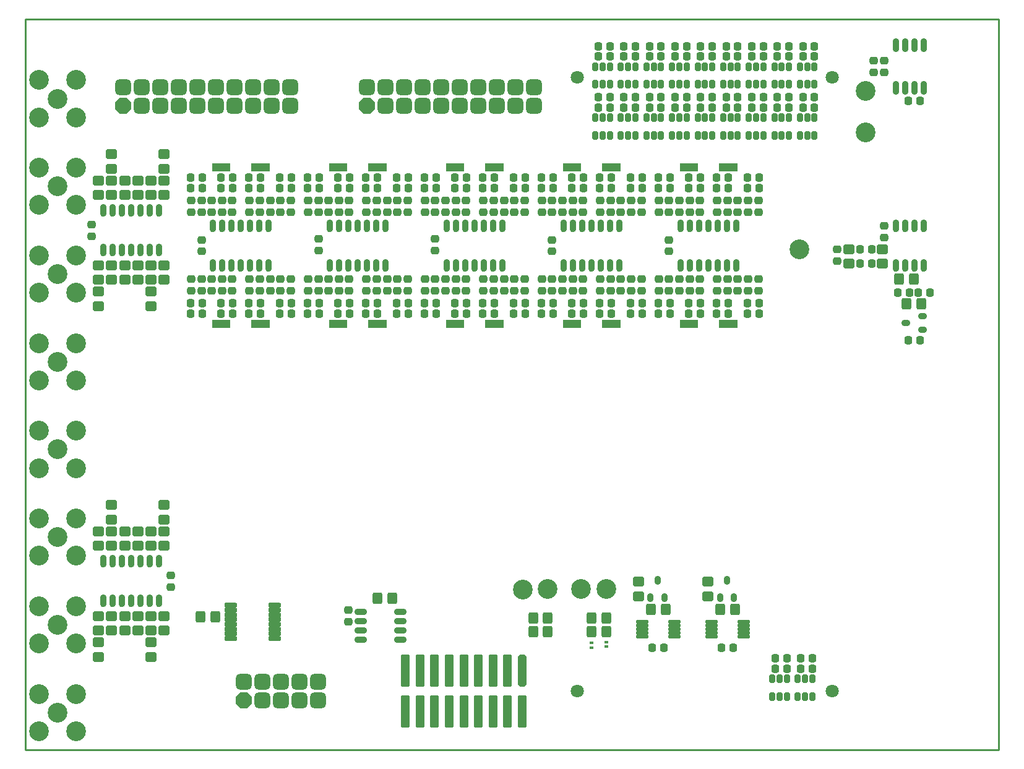
<source format=gts>
G04*
G04 #@! TF.GenerationSoftware,Altium Limited,Altium Designer,19.0.10 (269)*
G04*
G04 Layer_Color=8388736*
%FSLAX44Y44*%
%MOMM*%
G71*
G01*
G75*
%ADD11C,0.2500*%
G04:AMPARAMS|DCode=14|XSize=1.2032mm|YSize=4.4032mm|CornerRadius=0.2266mm|HoleSize=0mm|Usage=FLASHONLY|Rotation=0.000|XOffset=0mm|YOffset=0mm|HoleType=Round|Shape=RoundedRectangle|*
%AMROUNDEDRECTD14*
21,1,1.2032,3.9500,0,0,0.0*
21,1,0.7500,4.4032,0,0,0.0*
1,1,0.4532,0.3750,-1.9750*
1,1,0.4532,-0.3750,-1.9750*
1,1,0.4532,-0.3750,1.9750*
1,1,0.4532,0.3750,1.9750*
%
%ADD14ROUNDEDRECTD14*%
G04:AMPARAMS|DCode=15|XSize=1.2032mm|YSize=4.4032mm|CornerRadius=0mm|HoleSize=0mm|Usage=FLASHONLY|Rotation=0.000|XOffset=0mm|YOffset=0mm|HoleType=Round|Shape=Octagon|*
%AMOCTAGOND15*
4,1,8,-0.3008,2.2016,0.3008,2.2016,0.6016,1.9008,0.6016,-1.9008,0.3008,-2.2016,-0.3008,-2.2016,-0.6016,-1.9008,-0.6016,1.9008,-0.3008,2.2016,0.0*
%
%ADD15OCTAGOND15*%

G04:AMPARAMS|DCode=16|XSize=0.8032mm|YSize=1.2032mm|CornerRadius=0.2516mm|HoleSize=0mm|Usage=FLASHONLY|Rotation=0.000|XOffset=0mm|YOffset=0mm|HoleType=Round|Shape=RoundedRectangle|*
%AMROUNDEDRECTD16*
21,1,0.8032,0.7000,0,0,0.0*
21,1,0.3000,1.2032,0,0,0.0*
1,1,0.5032,0.1500,-0.3500*
1,1,0.5032,-0.1500,-0.3500*
1,1,0.5032,-0.1500,0.3500*
1,1,0.5032,0.1500,0.3500*
%
%ADD16ROUNDEDRECTD16*%
G04:AMPARAMS|DCode=17|XSize=0.9532mm|YSize=1.1032mm|CornerRadius=0.1954mm|HoleSize=0mm|Usage=FLASHONLY|Rotation=0.000|XOffset=0mm|YOffset=0mm|HoleType=Round|Shape=RoundedRectangle|*
%AMROUNDEDRECTD17*
21,1,0.9532,0.7125,0,0,0.0*
21,1,0.5625,1.1032,0,0,0.0*
1,1,0.3907,0.2813,-0.3563*
1,1,0.3907,-0.2813,-0.3563*
1,1,0.3907,-0.2813,0.3563*
1,1,0.3907,0.2813,0.3563*
%
%ADD17ROUNDEDRECTD17*%
G04:AMPARAMS|DCode=18|XSize=0.8032mm|YSize=1.8032mm|CornerRadius=0.2516mm|HoleSize=0mm|Usage=FLASHONLY|Rotation=180.000|XOffset=0mm|YOffset=0mm|HoleType=Round|Shape=RoundedRectangle|*
%AMROUNDEDRECTD18*
21,1,0.8032,1.3000,0,0,180.0*
21,1,0.3000,1.8032,0,0,180.0*
1,1,0.5032,-0.1500,0.6500*
1,1,0.5032,0.1500,0.6500*
1,1,0.5032,0.1500,-0.6500*
1,1,0.5032,-0.1500,-0.6500*
%
%ADD18ROUNDEDRECTD18*%
G04:AMPARAMS|DCode=19|XSize=0.8032mm|YSize=1.6532mm|CornerRadius=0.2516mm|HoleSize=0mm|Usage=FLASHONLY|Rotation=180.000|XOffset=0mm|YOffset=0mm|HoleType=Round|Shape=RoundedRectangle|*
%AMROUNDEDRECTD19*
21,1,0.8032,1.1500,0,0,180.0*
21,1,0.3000,1.6532,0,0,180.0*
1,1,0.5032,-0.1500,0.5750*
1,1,0.5032,0.1500,0.5750*
1,1,0.5032,0.1500,-0.5750*
1,1,0.5032,-0.1500,-0.5750*
%
%ADD19ROUNDEDRECTD19*%
G04:AMPARAMS|DCode=20|XSize=1.3032mm|YSize=1.5532mm|CornerRadius=0.2391mm|HoleSize=0mm|Usage=FLASHONLY|Rotation=0.000|XOffset=0mm|YOffset=0mm|HoleType=Round|Shape=RoundedRectangle|*
%AMROUNDEDRECTD20*
21,1,1.3032,1.0750,0,0,0.0*
21,1,0.8250,1.5532,0,0,0.0*
1,1,0.4782,0.4125,-0.5375*
1,1,0.4782,-0.4125,-0.5375*
1,1,0.4782,-0.4125,0.5375*
1,1,0.4782,0.4125,0.5375*
%
%ADD20ROUNDEDRECTD20*%
G04:AMPARAMS|DCode=21|XSize=0.5032mm|YSize=1.7032mm|CornerRadius=0.1391mm|HoleSize=0mm|Usage=FLASHONLY|Rotation=270.000|XOffset=0mm|YOffset=0mm|HoleType=Round|Shape=RoundedRectangle|*
%AMROUNDEDRECTD21*
21,1,0.5032,1.4250,0,0,270.0*
21,1,0.2250,1.7032,0,0,270.0*
1,1,0.2782,-0.7125,-0.1125*
1,1,0.2782,-0.7125,0.1125*
1,1,0.2782,0.7125,0.1125*
1,1,0.2782,0.7125,-0.1125*
%
%ADD21ROUNDEDRECTD21*%
G04:AMPARAMS|DCode=22|XSize=0.8032mm|YSize=1.1032mm|CornerRadius=0.2516mm|HoleSize=0mm|Usage=FLASHONLY|Rotation=180.000|XOffset=0mm|YOffset=0mm|HoleType=Round|Shape=RoundedRectangle|*
%AMROUNDEDRECTD22*
21,1,0.8032,0.6000,0,0,180.0*
21,1,0.3000,1.1032,0,0,180.0*
1,1,0.5032,-0.1500,0.3000*
1,1,0.5032,0.1500,0.3000*
1,1,0.5032,0.1500,-0.3000*
1,1,0.5032,-0.1500,-0.3000*
%
%ADD22ROUNDEDRECTD22*%
G04:AMPARAMS|DCode=23|XSize=0.9532mm|YSize=1.1032mm|CornerRadius=0.1954mm|HoleSize=0mm|Usage=FLASHONLY|Rotation=270.000|XOffset=0mm|YOffset=0mm|HoleType=Round|Shape=RoundedRectangle|*
%AMROUNDEDRECTD23*
21,1,0.9532,0.7125,0,0,270.0*
21,1,0.5625,1.1032,0,0,270.0*
1,1,0.3907,-0.3563,-0.2813*
1,1,0.3907,-0.3563,0.2813*
1,1,0.3907,0.3563,0.2813*
1,1,0.3907,0.3563,-0.2813*
%
%ADD23ROUNDEDRECTD23*%
G04:AMPARAMS|DCode=24|XSize=1.3032mm|YSize=1.5532mm|CornerRadius=0.2391mm|HoleSize=0mm|Usage=FLASHONLY|Rotation=90.000|XOffset=0mm|YOffset=0mm|HoleType=Round|Shape=RoundedRectangle|*
%AMROUNDEDRECTD24*
21,1,1.3032,1.0750,0,0,90.0*
21,1,0.8250,1.5532,0,0,90.0*
1,1,0.4782,0.5375,0.4125*
1,1,0.4782,0.5375,-0.4125*
1,1,0.4782,-0.5375,-0.4125*
1,1,0.4782,-0.5375,0.4125*
%
%ADD24ROUNDEDRECTD24*%
G04:AMPARAMS|DCode=25|XSize=0.8032mm|YSize=1.6532mm|CornerRadius=0.2516mm|HoleSize=0mm|Usage=FLASHONLY|Rotation=90.000|XOffset=0mm|YOffset=0mm|HoleType=Round|Shape=RoundedRectangle|*
%AMROUNDEDRECTD25*
21,1,0.8032,1.1500,0,0,90.0*
21,1,0.3000,1.6532,0,0,90.0*
1,1,0.5032,0.5750,0.1500*
1,1,0.5032,0.5750,-0.1500*
1,1,0.5032,-0.5750,-0.1500*
1,1,0.5032,-0.5750,0.1500*
%
%ADD25ROUNDEDRECTD25*%
G04:AMPARAMS|DCode=26|XSize=0.5mm|YSize=0.4mm|CornerRadius=0.05mm|HoleSize=0mm|Usage=FLASHONLY|Rotation=180.000|XOffset=0mm|YOffset=0mm|HoleType=Round|Shape=RoundedRectangle|*
%AMROUNDEDRECTD26*
21,1,0.5000,0.3000,0,0,180.0*
21,1,0.4000,0.4000,0,0,180.0*
1,1,0.1000,-0.2000,0.1500*
1,1,0.1000,0.2000,0.1500*
1,1,0.1000,0.2000,-0.1500*
1,1,0.1000,-0.2000,-0.1500*
%
%ADD26ROUNDEDRECTD26*%
G04:AMPARAMS|DCode=27|XSize=0.6532mm|YSize=1.7032mm|CornerRadius=0.2141mm|HoleSize=0mm|Usage=FLASHONLY|Rotation=90.000|XOffset=0mm|YOffset=0mm|HoleType=Round|Shape=RoundedRectangle|*
%AMROUNDEDRECTD27*
21,1,0.6532,1.2750,0,0,90.0*
21,1,0.2250,1.7032,0,0,90.0*
1,1,0.4282,0.6375,0.1125*
1,1,0.4282,0.6375,-0.1125*
1,1,0.4282,-0.6375,-0.1125*
1,1,0.4282,-0.6375,0.1125*
%
%ADD27ROUNDEDRECTD27*%
G04:AMPARAMS|DCode=28|XSize=0.8032mm|YSize=1.1032mm|CornerRadius=0.2516mm|HoleSize=0mm|Usage=FLASHONLY|Rotation=270.000|XOffset=0mm|YOffset=0mm|HoleType=Round|Shape=RoundedRectangle|*
%AMROUNDEDRECTD28*
21,1,0.8032,0.6000,0,0,270.0*
21,1,0.3000,1.1032,0,0,270.0*
1,1,0.5032,-0.3000,-0.1500*
1,1,0.5032,-0.3000,0.1500*
1,1,0.5032,0.3000,0.1500*
1,1,0.5032,0.3000,-0.1500*
%
%ADD28ROUNDEDRECTD28*%
%ADD29C,1.8032*%
G04:AMPARAMS|DCode=30|XSize=2.2032mm|YSize=2.2032mm|CornerRadius=0.6016mm|HoleSize=0mm|Usage=FLASHONLY|Rotation=180.000|XOffset=0mm|YOffset=0mm|HoleType=Round|Shape=RoundedRectangle|*
%AMROUNDEDRECTD30*
21,1,2.2032,1.0000,0,0,180.0*
21,1,1.0000,2.2032,0,0,180.0*
1,1,1.2032,-0.5000,0.5000*
1,1,1.2032,0.5000,0.5000*
1,1,1.2032,0.5000,-0.5000*
1,1,1.2032,-0.5000,-0.5000*
%
%ADD30ROUNDEDRECTD30*%
%ADD31P,2.3848X8X202.5*%
%ADD32C,2.7032*%
G36*
X494500Y791500D02*
X469500D01*
Y802500D01*
X494500Y802500D01*
Y791500D01*
D02*
G37*
G36*
X334500D02*
X309500D01*
Y802500D01*
X334500Y802500D01*
Y791500D01*
D02*
G37*
G36*
X600500Y791500D02*
X575500Y791500D01*
Y802500D01*
X600500D01*
Y791500D01*
D02*
G37*
G36*
X440500D02*
X415500Y791500D01*
Y802500D01*
X440500D01*
Y791500D01*
D02*
G37*
G36*
X280500D02*
X255500Y791500D01*
Y802500D01*
X280500D01*
Y791500D01*
D02*
G37*
G36*
X334500Y577500D02*
X309500D01*
Y588500D01*
X334500Y588500D01*
Y577500D01*
D02*
G37*
G36*
X494500Y577500D02*
X469500D01*
Y588500D01*
X494500Y588500D01*
Y577500D01*
D02*
G37*
G36*
X600500Y577500D02*
X575500Y577500D01*
Y588500D01*
X600500D01*
Y577500D01*
D02*
G37*
G36*
X440500D02*
X415500Y577500D01*
Y588500D01*
X440500D01*
Y577500D01*
D02*
G37*
G36*
X280500D02*
X255500Y577500D01*
Y588500D01*
X280500D01*
Y577500D01*
D02*
G37*
G36*
X974500Y791500D02*
X949500D01*
Y802500D01*
X974500Y802500D01*
Y791500D01*
D02*
G37*
G36*
X814500D02*
X789500D01*
Y802500D01*
X814500Y802500D01*
Y791500D01*
D02*
G37*
G36*
X654500D02*
X629500D01*
Y802500D01*
X654500Y802500D01*
Y791500D01*
D02*
G37*
G36*
X920500Y791500D02*
X895500Y791500D01*
Y802500D01*
X920500D01*
Y791500D01*
D02*
G37*
G36*
X760500D02*
X735500Y791500D01*
Y802500D01*
X760500D01*
Y791500D01*
D02*
G37*
G36*
X654500Y577500D02*
X629500D01*
Y588500D01*
X654500Y588500D01*
Y577500D01*
D02*
G37*
G36*
X974500Y577500D02*
X949500D01*
Y588500D01*
X974500Y588500D01*
Y577500D01*
D02*
G37*
G36*
X814500D02*
X789500D01*
Y588500D01*
X814500Y588500D01*
Y577500D01*
D02*
G37*
G36*
X920500Y577500D02*
X895500Y577500D01*
Y588500D01*
X920500D01*
Y577500D01*
D02*
G37*
G36*
X760500D02*
X735500Y577500D01*
Y588500D01*
X760500D01*
Y577500D01*
D02*
G37*
D11*
X0Y0D02*
X1332000D01*
Y1000000D01*
X0D02*
X1332000D01*
X0Y0D02*
Y1000000D01*
D14*
X519998Y51998D02*
D03*
X519996Y107996D02*
D03*
X539996D02*
D03*
X539997Y51998D02*
D03*
X559998Y51998D02*
D03*
X559997Y107997D02*
D03*
X639999Y51999D02*
D03*
Y107999D02*
D03*
X659999D02*
D03*
Y51999D02*
D03*
X679999D02*
D03*
X619998Y107998D02*
D03*
X620000Y52000D02*
D03*
X600000D02*
D03*
X599998Y107998D02*
D03*
X579998Y107998D02*
D03*
X579999Y51999D02*
D03*
D15*
X679999Y107999D02*
D03*
D16*
X1080000Y841000D02*
D03*
X1070000D02*
D03*
X1060000D02*
D03*
Y865000D02*
D03*
X1070000D02*
D03*
X1080000D02*
D03*
X1045000Y841000D02*
D03*
X1035000D02*
D03*
X1025000D02*
D03*
Y865000D02*
D03*
X1035000D02*
D03*
X1045000D02*
D03*
X1010000Y841000D02*
D03*
X1000000D02*
D03*
X990000D02*
D03*
Y865000D02*
D03*
X1000000D02*
D03*
X1010000D02*
D03*
X975000Y841000D02*
D03*
X965000D02*
D03*
X955000D02*
D03*
Y865000D02*
D03*
X965000D02*
D03*
X975000D02*
D03*
X940000Y841000D02*
D03*
X930000D02*
D03*
X920000D02*
D03*
Y865000D02*
D03*
X930000D02*
D03*
X940000D02*
D03*
X905000Y841000D02*
D03*
X895000D02*
D03*
X885000D02*
D03*
Y865000D02*
D03*
X895000D02*
D03*
X905000D02*
D03*
X870000Y841000D02*
D03*
X860000D02*
D03*
X850000D02*
D03*
Y865000D02*
D03*
X860000D02*
D03*
X870000D02*
D03*
X835000Y841000D02*
D03*
X825000D02*
D03*
X815000D02*
D03*
Y865000D02*
D03*
X825000D02*
D03*
X835000D02*
D03*
X800000Y841000D02*
D03*
X790000D02*
D03*
X780000D02*
D03*
Y865000D02*
D03*
X790000D02*
D03*
X800000D02*
D03*
X1080000Y911000D02*
D03*
X1070000D02*
D03*
X1060000D02*
D03*
Y935000D02*
D03*
X1070000D02*
D03*
X1080000D02*
D03*
X1045000Y911000D02*
D03*
X1035000D02*
D03*
X1025000D02*
D03*
Y935000D02*
D03*
X1035000D02*
D03*
X1045000D02*
D03*
X1010000Y911000D02*
D03*
X1000000D02*
D03*
X990000D02*
D03*
Y935000D02*
D03*
X1000000D02*
D03*
X1010000D02*
D03*
X975000Y911000D02*
D03*
X965000D02*
D03*
X955000D02*
D03*
Y935000D02*
D03*
X965000D02*
D03*
X975000D02*
D03*
X940000Y911000D02*
D03*
X930000D02*
D03*
X920000D02*
D03*
Y935000D02*
D03*
X930000D02*
D03*
X940000D02*
D03*
X905000D02*
D03*
X895000D02*
D03*
X885000D02*
D03*
Y911000D02*
D03*
X895000D02*
D03*
X905000D02*
D03*
X870000D02*
D03*
X860000D02*
D03*
X850000D02*
D03*
Y935000D02*
D03*
X860000D02*
D03*
X870000D02*
D03*
X835000Y911000D02*
D03*
X825000D02*
D03*
X815000D02*
D03*
Y935000D02*
D03*
X825000D02*
D03*
X835000D02*
D03*
X800000Y911000D02*
D03*
X790000D02*
D03*
X780000D02*
D03*
Y935000D02*
D03*
X790000D02*
D03*
X800000D02*
D03*
X1077000Y73000D02*
D03*
X1067000D02*
D03*
X1057000D02*
D03*
Y97000D02*
D03*
X1067000D02*
D03*
X1077000D02*
D03*
X1042000Y73000D02*
D03*
X1032000D02*
D03*
X1022000D02*
D03*
Y97000D02*
D03*
X1032000D02*
D03*
X1042000D02*
D03*
D17*
X1080000Y879000D02*
D03*
X1064000D02*
D03*
X1080000Y893000D02*
D03*
X1064000D02*
D03*
X1045000Y879000D02*
D03*
X1029000D02*
D03*
X1045000Y893000D02*
D03*
X1029000D02*
D03*
X1010000Y879000D02*
D03*
X994000D02*
D03*
X1010000Y893000D02*
D03*
X994000D02*
D03*
X975000Y879000D02*
D03*
X959000D02*
D03*
X975000Y893000D02*
D03*
X959000D02*
D03*
X940000Y879000D02*
D03*
X924000D02*
D03*
X940000Y893000D02*
D03*
X924000D02*
D03*
X905000Y879000D02*
D03*
X889000D02*
D03*
X905000Y893000D02*
D03*
X889000D02*
D03*
X870000Y879000D02*
D03*
X854000D02*
D03*
X870000Y893000D02*
D03*
X854000D02*
D03*
X835000Y879000D02*
D03*
X819000D02*
D03*
X835000Y893000D02*
D03*
X819000D02*
D03*
X800000Y879000D02*
D03*
X784000D02*
D03*
X800000Y893000D02*
D03*
X784000D02*
D03*
X1080000Y949000D02*
D03*
X1064000D02*
D03*
X1080000Y963000D02*
D03*
X1064000D02*
D03*
X1045000Y949000D02*
D03*
X1029000D02*
D03*
X1045000Y963000D02*
D03*
X1029000D02*
D03*
X1010000Y949000D02*
D03*
X994000D02*
D03*
X1010000Y963000D02*
D03*
X994000D02*
D03*
X975000Y949000D02*
D03*
X959000D02*
D03*
X975000Y963000D02*
D03*
X959000D02*
D03*
X940000Y949000D02*
D03*
X924000D02*
D03*
X940000Y963000D02*
D03*
X924000D02*
D03*
X905500Y949000D02*
D03*
X889500D02*
D03*
X905500Y963000D02*
D03*
X889500D02*
D03*
X870000Y949000D02*
D03*
X854000D02*
D03*
X870000Y963000D02*
D03*
X854000D02*
D03*
X835000Y949000D02*
D03*
X819000D02*
D03*
X835000Y963000D02*
D03*
X819000D02*
D03*
X800000Y949000D02*
D03*
X784000D02*
D03*
X800000Y963000D02*
D03*
X784000D02*
D03*
X1004000Y783000D02*
D03*
X988000D02*
D03*
X1004000Y769000D02*
D03*
X988000D02*
D03*
X946000Y783000D02*
D03*
X962000D02*
D03*
X946000Y769000D02*
D03*
X962000D02*
D03*
X924000Y783000D02*
D03*
X908000D02*
D03*
X924000Y769000D02*
D03*
X908000D02*
D03*
X866000Y783000D02*
D03*
X882000D02*
D03*
X866000Y769000D02*
D03*
X882000D02*
D03*
X844000Y783000D02*
D03*
X828000D02*
D03*
X844000Y769000D02*
D03*
X828000D02*
D03*
X786000Y783000D02*
D03*
X802000D02*
D03*
X786000Y769000D02*
D03*
X802000D02*
D03*
X764000Y783000D02*
D03*
X748000D02*
D03*
X764000Y769000D02*
D03*
X748000D02*
D03*
X706000Y783000D02*
D03*
X722000D02*
D03*
X706000Y769000D02*
D03*
X722000D02*
D03*
X684000Y783000D02*
D03*
X668000D02*
D03*
X684000Y769000D02*
D03*
X668000D02*
D03*
X626000Y783000D02*
D03*
X642000D02*
D03*
X626000Y769000D02*
D03*
X642000D02*
D03*
X604000Y783000D02*
D03*
X588000D02*
D03*
X546000D02*
D03*
X562000D02*
D03*
X546000Y769000D02*
D03*
X562000D02*
D03*
X524000Y783000D02*
D03*
X508000D02*
D03*
X524000Y769000D02*
D03*
X508000D02*
D03*
X466000Y783000D02*
D03*
X482000D02*
D03*
X466000Y769000D02*
D03*
X482000D02*
D03*
X444000Y783000D02*
D03*
X428000D02*
D03*
X444000Y769000D02*
D03*
X428000D02*
D03*
X386000Y783000D02*
D03*
X402000D02*
D03*
X386000Y769000D02*
D03*
X402000D02*
D03*
X226000Y597000D02*
D03*
X242000D02*
D03*
X306000Y611000D02*
D03*
X322000D02*
D03*
X364000D02*
D03*
X348000D02*
D03*
X364000Y597000D02*
D03*
X348000D02*
D03*
X386000Y611000D02*
D03*
X402000D02*
D03*
X386000Y597000D02*
D03*
X402000D02*
D03*
X444000Y611000D02*
D03*
X428000D02*
D03*
X444000Y597000D02*
D03*
X428000D02*
D03*
X466000Y611000D02*
D03*
X482000D02*
D03*
X466000Y597000D02*
D03*
X482000D02*
D03*
X524000Y611000D02*
D03*
X508000D02*
D03*
X524000Y597000D02*
D03*
X508000D02*
D03*
X546000Y611000D02*
D03*
X562000D02*
D03*
X546000Y597000D02*
D03*
X562000D02*
D03*
X604000Y611000D02*
D03*
X588000D02*
D03*
X604000Y597000D02*
D03*
X588000D02*
D03*
X626000Y611000D02*
D03*
X642000D02*
D03*
X626000Y597000D02*
D03*
X642000D02*
D03*
X684000Y611000D02*
D03*
X668000D02*
D03*
X684000Y597000D02*
D03*
X668000D02*
D03*
X706000Y611000D02*
D03*
X722000D02*
D03*
X706000Y597000D02*
D03*
X722000D02*
D03*
X844000Y611000D02*
D03*
X828000D02*
D03*
X844000Y597000D02*
D03*
X828000D02*
D03*
X786000Y611000D02*
D03*
X802000D02*
D03*
X786000Y597000D02*
D03*
X802000D02*
D03*
X764000Y611000D02*
D03*
X748000D02*
D03*
X764000Y597000D02*
D03*
X748000D02*
D03*
X1004000Y597000D02*
D03*
X988000D02*
D03*
X1004000Y611000D02*
D03*
X988000D02*
D03*
X946000D02*
D03*
X962000D02*
D03*
X946000Y597000D02*
D03*
X962000D02*
D03*
X924000D02*
D03*
X908000D02*
D03*
X924000Y611000D02*
D03*
X908000D02*
D03*
X866000Y597000D02*
D03*
X882000D02*
D03*
X866000Y611000D02*
D03*
X882000D02*
D03*
X1208000Y888000D02*
D03*
X1224000D02*
D03*
X1142000Y665000D02*
D03*
X1158000D02*
D03*
X1142000Y685000D02*
D03*
X1158000D02*
D03*
X1222000Y626000D02*
D03*
X1238000D02*
D03*
X1210000D02*
D03*
X1194000D02*
D03*
X1224000Y560000D02*
D03*
X1208000D02*
D03*
X1077000Y111000D02*
D03*
X1061000D02*
D03*
X1077000Y125000D02*
D03*
X1061000D02*
D03*
X1042000Y111000D02*
D03*
X1026000D02*
D03*
X1042000Y125000D02*
D03*
X1026000D02*
D03*
X364000Y783000D02*
D03*
X348000D02*
D03*
X364000Y769000D02*
D03*
X348000D02*
D03*
X604000D02*
D03*
X588000D02*
D03*
X284000Y611000D02*
D03*
X268000D02*
D03*
X306000Y597000D02*
D03*
X322000D02*
D03*
X284000D02*
D03*
X268000D02*
D03*
X226000Y611000D02*
D03*
X242000D02*
D03*
X306000Y769000D02*
D03*
X322000D02*
D03*
X306000Y783000D02*
D03*
X322000D02*
D03*
X284000D02*
D03*
X268000D02*
D03*
X284000Y769000D02*
D03*
X268000D02*
D03*
X226000D02*
D03*
X242000D02*
D03*
X226000Y783000D02*
D03*
X242000D02*
D03*
X953000Y140000D02*
D03*
X969000D02*
D03*
X858000D02*
D03*
X874000D02*
D03*
D18*
X1229050Y964210D02*
D03*
X1216350D02*
D03*
X1203650D02*
D03*
X1190950D02*
D03*
X1229050Y905790D02*
D03*
X1216350D02*
D03*
X1203650D02*
D03*
X1190950D02*
D03*
D19*
X1229050Y717250D02*
D03*
X1216350D02*
D03*
X1203650D02*
D03*
X1190950D02*
D03*
X1229050Y662750D02*
D03*
X1216350D02*
D03*
X1203650D02*
D03*
X1190950D02*
D03*
X896900Y662750D02*
D03*
X909600D02*
D03*
X922300D02*
D03*
X935000D02*
D03*
X947700D02*
D03*
X960400D02*
D03*
X973100D02*
D03*
X896900Y717250D02*
D03*
X909600D02*
D03*
X922300D02*
D03*
X935000D02*
D03*
X947700D02*
D03*
X960400D02*
D03*
X973100D02*
D03*
X653100D02*
D03*
X640400D02*
D03*
X627700D02*
D03*
X615000D02*
D03*
X602300D02*
D03*
X589600D02*
D03*
X576900D02*
D03*
X653100Y662750D02*
D03*
X640400D02*
D03*
X627700D02*
D03*
X615000D02*
D03*
X602300D02*
D03*
X589600D02*
D03*
X576900D02*
D03*
X333100Y717250D02*
D03*
X320400D02*
D03*
X307700D02*
D03*
X295000D02*
D03*
X282300D02*
D03*
X269600D02*
D03*
X256900D02*
D03*
X333100Y662750D02*
D03*
X320400D02*
D03*
X307700D02*
D03*
X295000D02*
D03*
X282300D02*
D03*
X269600D02*
D03*
X256900D02*
D03*
X493100Y717250D02*
D03*
X480400D02*
D03*
X467700D02*
D03*
X455000D02*
D03*
X442300D02*
D03*
X429600D02*
D03*
X416900D02*
D03*
X493100Y662750D02*
D03*
X480400D02*
D03*
X467700D02*
D03*
X455000D02*
D03*
X442300D02*
D03*
X429600D02*
D03*
X416900D02*
D03*
X813100Y717250D02*
D03*
X800400D02*
D03*
X787700D02*
D03*
X775000D02*
D03*
X762300D02*
D03*
X749600D02*
D03*
X736900D02*
D03*
X813100Y662750D02*
D03*
X800400D02*
D03*
X787700D02*
D03*
X775000D02*
D03*
X762300D02*
D03*
X749600D02*
D03*
X736900D02*
D03*
X106900Y683750D02*
D03*
X119600D02*
D03*
X132300D02*
D03*
X145000D02*
D03*
X157700D02*
D03*
X170400D02*
D03*
X183100D02*
D03*
X106900Y738250D02*
D03*
X119600D02*
D03*
X132300D02*
D03*
X145000D02*
D03*
X157700D02*
D03*
X170400D02*
D03*
X183100D02*
D03*
X106900Y203750D02*
D03*
X119600D02*
D03*
X132300D02*
D03*
X145000D02*
D03*
X157700D02*
D03*
X170400D02*
D03*
X183100D02*
D03*
X106900Y258250D02*
D03*
X119600D02*
D03*
X132300D02*
D03*
X145000D02*
D03*
X157700D02*
D03*
X170400D02*
D03*
X183100D02*
D03*
D20*
X1196000Y644000D02*
D03*
X1216000D02*
D03*
X1206000Y610000D02*
D03*
X1226000D02*
D03*
X951000Y192000D02*
D03*
X971000D02*
D03*
X795000Y180000D02*
D03*
X775000D02*
D03*
X795000Y162000D02*
D03*
X775000D02*
D03*
X695000Y162000D02*
D03*
X715000D02*
D03*
X695000Y180000D02*
D03*
X715000D02*
D03*
X240000Y182000D02*
D03*
X260000D02*
D03*
X502000Y207000D02*
D03*
X482000D02*
D03*
X876000Y192000D02*
D03*
X856000D02*
D03*
D21*
X939000Y175000D02*
D03*
Y170000D02*
D03*
Y165000D02*
D03*
Y160000D02*
D03*
Y155000D02*
D03*
X983000Y175000D02*
D03*
Y170000D02*
D03*
Y165000D02*
D03*
Y160000D02*
D03*
Y155000D02*
D03*
X888000Y155000D02*
D03*
Y160000D02*
D03*
Y165000D02*
D03*
Y170000D02*
D03*
Y175000D02*
D03*
X844000Y155000D02*
D03*
Y160000D02*
D03*
Y165000D02*
D03*
Y170000D02*
D03*
Y175000D02*
D03*
D22*
X960000Y231500D02*
D03*
X969500Y208500D02*
D03*
X950500D02*
D03*
X855500D02*
D03*
X874500D02*
D03*
X865000Y231500D02*
D03*
D23*
X363000Y644000D02*
D03*
Y628000D02*
D03*
X349000Y644000D02*
D03*
Y628000D02*
D03*
X363000Y736000D02*
D03*
Y752000D02*
D03*
X349000Y736000D02*
D03*
Y752000D02*
D03*
X335000Y736000D02*
D03*
Y752000D02*
D03*
X335000Y644000D02*
D03*
Y628000D02*
D03*
X321000Y628000D02*
D03*
Y644000D02*
D03*
X307000Y628000D02*
D03*
Y644000D02*
D03*
X269000Y628000D02*
D03*
Y644000D02*
D03*
X283000Y628000D02*
D03*
Y644000D02*
D03*
X321000Y752000D02*
D03*
Y736000D02*
D03*
X307000Y752000D02*
D03*
Y736000D02*
D03*
X283000Y752000D02*
D03*
Y736000D02*
D03*
X269000Y752000D02*
D03*
Y736000D02*
D03*
X241000D02*
D03*
Y752000D02*
D03*
X227000Y736000D02*
D03*
Y752000D02*
D03*
X255000Y736000D02*
D03*
Y752000D02*
D03*
X401000D02*
D03*
Y736000D02*
D03*
X241000Y628000D02*
D03*
Y644000D02*
D03*
X561000Y752000D02*
D03*
Y736000D02*
D03*
X401000Y628000D02*
D03*
Y644000D02*
D03*
X561000Y628000D02*
D03*
Y644000D02*
D03*
X669000Y752000D02*
D03*
Y736000D02*
D03*
X509000Y628000D02*
D03*
Y644000D02*
D03*
X669000Y628000D02*
D03*
Y644000D02*
D03*
X509000Y752000D02*
D03*
Y736000D02*
D03*
X241000Y698000D02*
D03*
Y682000D02*
D03*
X401000Y699000D02*
D03*
Y683000D02*
D03*
X561000Y699000D02*
D03*
Y683000D02*
D03*
X721000Y628000D02*
D03*
Y644000D02*
D03*
Y752000D02*
D03*
Y736000D02*
D03*
X829000Y628000D02*
D03*
Y644000D02*
D03*
Y752000D02*
D03*
Y736000D02*
D03*
X721000Y698000D02*
D03*
Y682000D02*
D03*
X881000Y698000D02*
D03*
Y682000D02*
D03*
Y628000D02*
D03*
Y644000D02*
D03*
Y752000D02*
D03*
Y736000D02*
D03*
X989000Y628000D02*
D03*
Y644000D02*
D03*
Y752000D02*
D03*
Y736000D02*
D03*
X1161000Y943000D02*
D03*
Y927000D02*
D03*
X91000Y703000D02*
D03*
Y719000D02*
D03*
X199000Y223000D02*
D03*
Y239000D02*
D03*
X1175000Y701000D02*
D03*
Y717000D02*
D03*
X227000Y628000D02*
D03*
Y644000D02*
D03*
X443000Y736000D02*
D03*
Y752000D02*
D03*
X495000D02*
D03*
Y736000D02*
D03*
X481000D02*
D03*
Y752000D02*
D03*
X415000D02*
D03*
Y736000D02*
D03*
X255000Y628000D02*
D03*
Y644000D02*
D03*
X429000Y736000D02*
D03*
Y752000D02*
D03*
X387000D02*
D03*
Y736000D02*
D03*
X523000Y752000D02*
D03*
Y736000D02*
D03*
X467000D02*
D03*
Y752000D02*
D03*
X575000D02*
D03*
Y736000D02*
D03*
X415000Y628000D02*
D03*
Y644000D02*
D03*
X575000Y628000D02*
D03*
Y644000D02*
D03*
X589000Y736000D02*
D03*
Y752000D02*
D03*
X429000Y644000D02*
D03*
Y628000D02*
D03*
X589000Y644000D02*
D03*
Y628000D02*
D03*
X547000Y752000D02*
D03*
Y736000D02*
D03*
X387000Y628000D02*
D03*
Y644000D02*
D03*
X547000Y628000D02*
D03*
Y644000D02*
D03*
X603000Y736000D02*
D03*
Y752000D02*
D03*
X443000Y644000D02*
D03*
Y628000D02*
D03*
X603000Y644000D02*
D03*
Y628000D02*
D03*
X655000Y752000D02*
D03*
Y736000D02*
D03*
X735000Y628000D02*
D03*
Y644000D02*
D03*
Y752000D02*
D03*
Y736000D02*
D03*
X749000Y644000D02*
D03*
Y628000D02*
D03*
Y736000D02*
D03*
Y752000D02*
D03*
X707000Y628000D02*
D03*
Y644000D02*
D03*
Y752000D02*
D03*
Y736000D02*
D03*
X763000Y644000D02*
D03*
Y628000D02*
D03*
X763000Y736000D02*
D03*
Y752000D02*
D03*
X815000Y628000D02*
D03*
Y644000D02*
D03*
Y752000D02*
D03*
Y736000D02*
D03*
X495000Y628000D02*
D03*
Y644000D02*
D03*
X655000Y628000D02*
D03*
Y644000D02*
D03*
X641000Y736000D02*
D03*
Y752000D02*
D03*
X481000Y644000D02*
D03*
Y628000D02*
D03*
X641000Y644000D02*
D03*
Y628000D02*
D03*
X683000Y752000D02*
D03*
Y736000D02*
D03*
X523000Y628000D02*
D03*
Y644000D02*
D03*
X683000Y628000D02*
D03*
Y644000D02*
D03*
X627000Y736000D02*
D03*
Y752000D02*
D03*
X467000Y644000D02*
D03*
Y628000D02*
D03*
X627000Y644000D02*
D03*
Y628000D02*
D03*
X801000Y644000D02*
D03*
Y628000D02*
D03*
Y736000D02*
D03*
Y752000D02*
D03*
X843000Y628000D02*
D03*
Y644000D02*
D03*
Y752000D02*
D03*
Y736000D02*
D03*
X787000Y644000D02*
D03*
Y628000D02*
D03*
Y736000D02*
D03*
Y752000D02*
D03*
X895000Y628000D02*
D03*
Y644000D02*
D03*
Y752000D02*
D03*
Y736000D02*
D03*
X909000Y644000D02*
D03*
Y628000D02*
D03*
X909000Y736000D02*
D03*
Y752000D02*
D03*
X867000Y628000D02*
D03*
Y644000D02*
D03*
Y752000D02*
D03*
Y736000D02*
D03*
X923000Y644000D02*
D03*
Y628000D02*
D03*
Y736000D02*
D03*
Y752000D02*
D03*
X975000Y628000D02*
D03*
Y644000D02*
D03*
Y752000D02*
D03*
Y736000D02*
D03*
X961000Y644000D02*
D03*
Y628000D02*
D03*
X961000Y736000D02*
D03*
Y752000D02*
D03*
X1003000Y628000D02*
D03*
Y644000D02*
D03*
X1003000Y752000D02*
D03*
Y736000D02*
D03*
X947000Y644000D02*
D03*
Y628000D02*
D03*
Y736000D02*
D03*
Y752000D02*
D03*
X1111000Y669000D02*
D03*
Y685000D02*
D03*
X1175000Y927000D02*
D03*
Y943000D02*
D03*
X442000Y175000D02*
D03*
Y191000D02*
D03*
D24*
X154000Y183000D02*
D03*
Y163000D02*
D03*
X100000Y127000D02*
D03*
Y147000D02*
D03*
Y183000D02*
D03*
Y163000D02*
D03*
X136000Y183000D02*
D03*
Y163000D02*
D03*
X190100Y759000D02*
D03*
Y779000D02*
D03*
X154000Y759000D02*
D03*
Y779000D02*
D03*
X100000Y759000D02*
D03*
Y779000D02*
D03*
X136000Y759000D02*
D03*
Y779000D02*
D03*
X934000Y210000D02*
D03*
Y230000D02*
D03*
X99900Y663000D02*
D03*
Y643000D02*
D03*
X136000Y663000D02*
D03*
Y643000D02*
D03*
X190100Y663000D02*
D03*
Y643000D02*
D03*
X154000Y663000D02*
D03*
Y643000D02*
D03*
X190000Y279000D02*
D03*
Y299000D02*
D03*
X154000Y279000D02*
D03*
Y299000D02*
D03*
X100000Y279000D02*
D03*
Y299000D02*
D03*
X136000Y279000D02*
D03*
Y299000D02*
D03*
X839000Y210000D02*
D03*
Y230000D02*
D03*
X190000Y183000D02*
D03*
Y163000D02*
D03*
X1127000Y685000D02*
D03*
Y665000D02*
D03*
X1173000D02*
D03*
Y685000D02*
D03*
X190000Y815000D02*
D03*
Y795000D02*
D03*
X172000Y779000D02*
D03*
Y759000D02*
D03*
X118000Y815000D02*
D03*
Y795000D02*
D03*
X118000Y779000D02*
D03*
Y759000D02*
D03*
X100000Y607000D02*
D03*
Y627000D02*
D03*
X118000Y643000D02*
D03*
Y663000D02*
D03*
X172000Y607000D02*
D03*
Y627000D02*
D03*
X172000Y643000D02*
D03*
Y663000D02*
D03*
X190000Y335000D02*
D03*
Y315000D02*
D03*
X172000Y299000D02*
D03*
Y279000D02*
D03*
X118000Y335000D02*
D03*
Y315000D02*
D03*
Y299000D02*
D03*
Y279000D02*
D03*
X172000Y127000D02*
D03*
Y147000D02*
D03*
Y163000D02*
D03*
Y183000D02*
D03*
X118000Y163000D02*
D03*
Y183000D02*
D03*
D25*
X458750Y189050D02*
D03*
Y176350D02*
D03*
Y163650D02*
D03*
Y150950D02*
D03*
X513250Y189050D02*
D03*
Y176350D02*
D03*
Y163650D02*
D03*
Y150950D02*
D03*
D26*
X795000Y147000D02*
D03*
Y141000D02*
D03*
X775000Y146000D02*
D03*
Y140000D02*
D03*
D27*
X341000Y152250D02*
D03*
Y158750D02*
D03*
Y165250D02*
D03*
Y171750D02*
D03*
Y178250D02*
D03*
Y184750D02*
D03*
Y191250D02*
D03*
Y197750D02*
D03*
X281000Y152250D02*
D03*
Y158750D02*
D03*
Y165250D02*
D03*
Y171750D02*
D03*
Y178250D02*
D03*
Y184750D02*
D03*
Y191250D02*
D03*
Y197750D02*
D03*
D28*
X1227500Y574500D02*
D03*
Y593500D02*
D03*
X1204500Y584000D02*
D03*
D29*
X1104500Y920000D02*
D03*
X755500D02*
D03*
X1104500Y80000D02*
D03*
X755500D02*
D03*
D30*
X299200Y92700D02*
D03*
X350000D02*
D03*
X324600D02*
D03*
X400800D02*
D03*
X350000Y67300D02*
D03*
X324600D02*
D03*
X400800D02*
D03*
X375400Y92700D02*
D03*
Y67300D02*
D03*
X467402Y907002D02*
D03*
X518200Y907000D02*
D03*
X492800D02*
D03*
X569000D02*
D03*
X619800D02*
D03*
X594400D02*
D03*
X670600D02*
D03*
X696000D02*
D03*
X518200Y881600D02*
D03*
X492800D02*
D03*
X569000D02*
D03*
X619800D02*
D03*
X594400D02*
D03*
X670600D02*
D03*
X696000D02*
D03*
X543600Y907000D02*
D03*
X645200D02*
D03*
X543600Y881600D02*
D03*
X645200D02*
D03*
X134202Y907002D02*
D03*
X185000Y907000D02*
D03*
X159600D02*
D03*
X235800D02*
D03*
X286600D02*
D03*
X261200D02*
D03*
X337400D02*
D03*
X362800D02*
D03*
X185000Y881600D02*
D03*
X159600D02*
D03*
X235800D02*
D03*
X286600D02*
D03*
X261200D02*
D03*
X337400D02*
D03*
X362800D02*
D03*
X210400Y907000D02*
D03*
X312000D02*
D03*
X210400Y881600D02*
D03*
X312000D02*
D03*
D31*
X299200Y67300D02*
D03*
X467400Y881600D02*
D03*
X134200D02*
D03*
D32*
X44000Y891000D02*
D03*
X18500Y865500D02*
D03*
Y916500D02*
D03*
X69500Y865500D02*
D03*
Y916500D02*
D03*
X44000Y771000D02*
D03*
X18500Y745500D02*
D03*
Y796500D02*
D03*
X69500Y745500D02*
D03*
Y796500D02*
D03*
X44000Y651000D02*
D03*
X18500Y625500D02*
D03*
Y676500D02*
D03*
X69500Y625500D02*
D03*
Y676500D02*
D03*
X44000Y531000D02*
D03*
X18500Y505500D02*
D03*
Y556500D02*
D03*
X69500Y505500D02*
D03*
Y556500D02*
D03*
X44000Y411000D02*
D03*
X18500Y385500D02*
D03*
Y436500D02*
D03*
X69500Y385500D02*
D03*
Y436500D02*
D03*
X44000Y291000D02*
D03*
X18500Y265500D02*
D03*
Y316500D02*
D03*
X69500Y265500D02*
D03*
Y316500D02*
D03*
X44000Y171000D02*
D03*
X18500Y145500D02*
D03*
Y196500D02*
D03*
X69500Y145500D02*
D03*
Y196500D02*
D03*
X44000Y51000D02*
D03*
X18500Y25500D02*
D03*
Y76500D02*
D03*
X69500Y25500D02*
D03*
Y76500D02*
D03*
X715000Y220000D02*
D03*
X760000D02*
D03*
X1150000Y845000D02*
D03*
Y902000D02*
D03*
X1059000Y685000D02*
D03*
X681000Y219000D02*
D03*
X795000Y220000D02*
D03*
M02*

</source>
